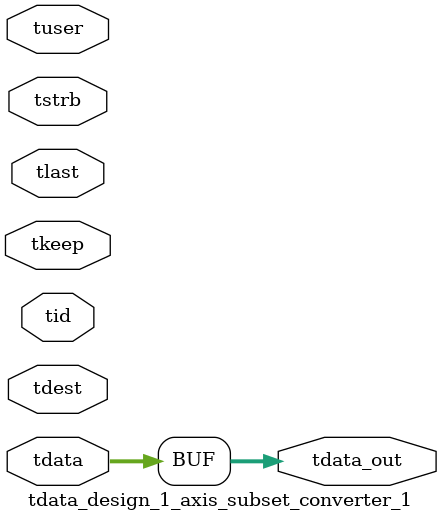
<source format=v>


`timescale 1ps/1ps

module tdata_design_1_axis_subset_converter_1 #
(
parameter C_S_AXIS_TDATA_WIDTH = 32,
parameter C_S_AXIS_TUSER_WIDTH = 0,
parameter C_S_AXIS_TID_WIDTH   = 0,
parameter C_S_AXIS_TDEST_WIDTH = 0,
parameter C_M_AXIS_TDATA_WIDTH = 32
)
(
input  [(C_S_AXIS_TDATA_WIDTH == 0 ? 1 : C_S_AXIS_TDATA_WIDTH)-1:0     ] tdata,
input  [(C_S_AXIS_TUSER_WIDTH == 0 ? 1 : C_S_AXIS_TUSER_WIDTH)-1:0     ] tuser,
input  [(C_S_AXIS_TID_WIDTH   == 0 ? 1 : C_S_AXIS_TID_WIDTH)-1:0       ] tid,
input  [(C_S_AXIS_TDEST_WIDTH == 0 ? 1 : C_S_AXIS_TDEST_WIDTH)-1:0     ] tdest,
input  [(C_S_AXIS_TDATA_WIDTH/8)-1:0 ] tkeep,
input  [(C_S_AXIS_TDATA_WIDTH/8)-1:0 ] tstrb,
input                                                                    tlast,
output [C_M_AXIS_TDATA_WIDTH-1:0] tdata_out
);

assign tdata_out = {16'b0000000000000000,tdata[47:0]};

endmodule


</source>
